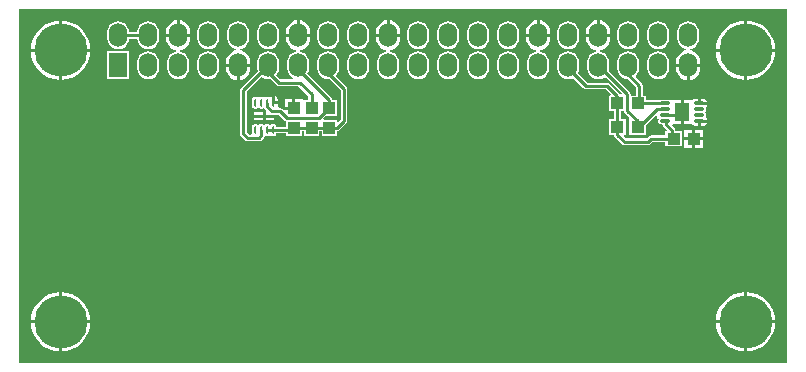
<source format=gtl>
G04*
G04 #@! TF.GenerationSoftware,Altium Limited,CircuitStudio,1.5.1 (13)*
G04*
G04 Layer_Physical_Order=1*
G04 Layer_Color=11767835*
%FSLAX25Y25*%
%MOIN*%
G70*
G01*
G75*
%ADD10R,0.04331X0.03937*%
%ADD11R,0.03937X0.04331*%
G04:AMPARAMS|DCode=12|XSize=9.84mil|YSize=27.56mil|CornerRadius=2.46mil|HoleSize=0mil|Usage=FLASHONLY|Rotation=180.000|XOffset=0mil|YOffset=0mil|HoleType=Round|Shape=RoundedRectangle|*
%AMROUNDEDRECTD12*
21,1,0.00984,0.02264,0,0,180.0*
21,1,0.00492,0.02756,0,0,180.0*
1,1,0.00492,-0.00246,0.01132*
1,1,0.00492,0.00246,0.01132*
1,1,0.00492,0.00246,-0.01132*
1,1,0.00492,-0.00246,-0.01132*
%
%ADD12ROUNDEDRECTD12*%
%ADD13R,0.04724X0.00787*%
G04:AMPARAMS|DCode=14|XSize=31.89mil|YSize=10.24mil|CornerRadius=1.28mil|HoleSize=0mil|Usage=FLASHONLY|Rotation=180.000|XOffset=0mil|YOffset=0mil|HoleType=Round|Shape=RoundedRectangle|*
%AMROUNDEDRECTD14*
21,1,0.03189,0.00768,0,0,180.0*
21,1,0.02933,0.01024,0,0,180.0*
1,1,0.00256,-0.01467,0.00384*
1,1,0.00256,0.01467,0.00384*
1,1,0.00256,0.01467,-0.00384*
1,1,0.00256,-0.01467,-0.00384*
%
%ADD14ROUNDEDRECTD14*%
%ADD15R,0.05118X0.05906*%
%ADD16C,0.01000*%
%ADD17C,0.17716*%
%ADD18O,0.06000X0.08000*%
%ADD19R,0.06000X0.08000*%
%ADD20C,0.02756*%
G36*
X767717Y236220D02*
X511811D01*
Y354331D01*
X767717D01*
Y236220D01*
D02*
G37*
%LPC*%
G36*
X535447Y340051D02*
X526090D01*
Y330695D01*
X527523Y330836D01*
X529381Y331399D01*
X531094Y332315D01*
X532595Y333547D01*
X533827Y335048D01*
X534742Y336760D01*
X535306Y338619D01*
X535447Y340051D01*
D02*
G37*
G36*
X525091D02*
X515734D01*
X515875Y338619D01*
X516439Y336760D01*
X517354Y335048D01*
X518586Y333547D01*
X520087Y332315D01*
X521800Y331399D01*
X523658Y330836D01*
X525091Y330695D01*
Y340051D01*
D02*
G37*
G36*
X763794D02*
X754437D01*
Y330695D01*
X755870Y330836D01*
X757728Y331399D01*
X759441Y332315D01*
X760942Y333547D01*
X762174Y335048D01*
X763089Y336760D01*
X763653Y338619D01*
X763794Y340051D01*
D02*
G37*
G36*
X753437D02*
X744080D01*
X744221Y338619D01*
X744785Y336760D01*
X745701Y335048D01*
X746932Y333547D01*
X748434Y332315D01*
X750146Y331399D01*
X752004Y330836D01*
X753437Y330695D01*
Y340051D01*
D02*
G37*
G36*
X584264Y335051D02*
X580729D01*
Y334551D01*
X580867Y333507D01*
X581270Y332534D01*
X581911Y331698D01*
X582747Y331057D01*
X583720Y330654D01*
X584264Y330582D01*
Y335051D01*
D02*
G37*
G36*
X734264D02*
X730729D01*
Y334551D01*
X730867Y333507D01*
X731270Y332534D01*
X731911Y331698D01*
X732747Y331057D01*
X733720Y330654D01*
X734264Y330582D01*
Y335051D01*
D02*
G37*
G36*
X738798D02*
X735264D01*
Y330582D01*
X735808Y330654D01*
X736781Y331057D01*
X737617Y331698D01*
X738258Y332534D01*
X738661Y333507D01*
X738798Y334551D01*
Y335051D01*
D02*
G37*
G36*
X588798D02*
X585264D01*
Y330582D01*
X585808Y330654D01*
X586781Y331057D01*
X587617Y331698D01*
X588258Y332534D01*
X588661Y333507D01*
X588798Y334551D01*
Y335051D01*
D02*
G37*
G36*
X638798Y345051D02*
X634764D01*
X630729D01*
Y344551D01*
X630867Y343507D01*
X631270Y342534D01*
X631911Y341698D01*
X632747Y341057D01*
X633720Y340654D01*
X634119Y340602D01*
Y340097D01*
X633824Y340058D01*
X632948Y339696D01*
X632196Y339119D01*
X631619Y338367D01*
X631256Y337491D01*
X631133Y336551D01*
Y334551D01*
X631256Y333611D01*
X631619Y332736D01*
X632196Y331984D01*
X632948Y331407D01*
X633824Y331044D01*
X634764Y330920D01*
X635704Y331044D01*
X636579Y331407D01*
X637331Y331984D01*
X637908Y332736D01*
X638271Y333611D01*
X638395Y334551D01*
Y336551D01*
X638271Y337491D01*
X637908Y338367D01*
X637331Y339119D01*
X636579Y339696D01*
X635704Y340058D01*
X635409Y340097D01*
Y340602D01*
X635808Y340654D01*
X636781Y341057D01*
X637617Y341698D01*
X638258Y342534D01*
X638661Y343507D01*
X638798Y344551D01*
Y345051D01*
D02*
G37*
G36*
X624764Y340182D02*
X623824Y340058D01*
X622948Y339696D01*
X622196Y339119D01*
X621619Y338367D01*
X621256Y337491D01*
X621133Y336551D01*
Y334551D01*
X621256Y333611D01*
X621619Y332736D01*
X622196Y331984D01*
X622948Y331407D01*
X623824Y331044D01*
X624764Y330920D01*
X625704Y331044D01*
X626579Y331407D01*
X627331Y331984D01*
X627908Y332736D01*
X628271Y333611D01*
X628395Y334551D01*
Y336551D01*
X628271Y337491D01*
X627908Y338367D01*
X627331Y339119D01*
X626579Y339696D01*
X625704Y340058D01*
X624764Y340182D01*
D02*
G37*
G36*
X654764D02*
X653824Y340058D01*
X652948Y339696D01*
X652196Y339119D01*
X651619Y338367D01*
X651257Y337491D01*
X651133Y336551D01*
Y334551D01*
X651257Y333611D01*
X651619Y332736D01*
X652196Y331984D01*
X652948Y331407D01*
X653824Y331044D01*
X654764Y330920D01*
X655704Y331044D01*
X656579Y331407D01*
X657331Y331984D01*
X657908Y332736D01*
X658271Y333611D01*
X658395Y334551D01*
Y336551D01*
X658271Y337491D01*
X657908Y338367D01*
X657331Y339119D01*
X656579Y339696D01*
X655704Y340058D01*
X654764Y340182D01*
D02*
G37*
G36*
X644764D02*
X643824Y340058D01*
X642948Y339696D01*
X642196Y339119D01*
X641619Y338367D01*
X641257Y337491D01*
X641133Y336551D01*
Y334551D01*
X641257Y333611D01*
X641619Y332736D01*
X642196Y331984D01*
X642948Y331407D01*
X643824Y331044D01*
X644764Y330920D01*
X645704Y331044D01*
X646579Y331407D01*
X647331Y331984D01*
X647908Y332736D01*
X648271Y333611D01*
X648395Y334551D01*
Y336551D01*
X648271Y337491D01*
X647908Y338367D01*
X647331Y339119D01*
X646579Y339696D01*
X645704Y340058D01*
X644764Y340182D01*
D02*
G37*
G36*
X554764D02*
X553824Y340058D01*
X552948Y339696D01*
X552196Y339119D01*
X551619Y338367D01*
X551257Y337491D01*
X551133Y336551D01*
Y334551D01*
X551257Y333611D01*
X551619Y332736D01*
X552196Y331984D01*
X552948Y331407D01*
X553824Y331044D01*
X554764Y330920D01*
X555704Y331044D01*
X556579Y331407D01*
X557331Y331984D01*
X557908Y332736D01*
X558271Y333611D01*
X558395Y334551D01*
Y336551D01*
X558271Y337491D01*
X557908Y338367D01*
X557331Y339119D01*
X556579Y339696D01*
X555704Y340058D01*
X554764Y340182D01*
D02*
G37*
G36*
X608798Y345051D02*
X604764D01*
X600729D01*
Y344551D01*
X600867Y343507D01*
X601270Y342534D01*
X601911Y341698D01*
X602746Y341057D01*
X603720Y340654D01*
X604118Y340602D01*
Y340097D01*
X603824Y340058D01*
X602948Y339696D01*
X602196Y339119D01*
X601619Y338367D01*
X601257Y337491D01*
X601133Y336551D01*
Y334551D01*
X601257Y333611D01*
X601619Y332736D01*
X602196Y331984D01*
X602948Y331407D01*
X603095Y331346D01*
X602995Y330846D01*
X598890D01*
X597514Y332222D01*
X597908Y332736D01*
X598271Y333611D01*
X598395Y334551D01*
Y336551D01*
X598271Y337491D01*
X597908Y338367D01*
X597331Y339119D01*
X596579Y339696D01*
X595704Y340058D01*
X594764Y340182D01*
X593824Y340058D01*
X592948Y339696D01*
X592196Y339119D01*
X591619Y338367D01*
X591257Y337491D01*
X591133Y336551D01*
Y334551D01*
X591257Y333611D01*
X591262Y333597D01*
X585723Y328057D01*
X585480Y327693D01*
X585394Y327264D01*
X585394Y327264D01*
Y312697D01*
X585394Y312697D01*
X585480Y312268D01*
X585723Y311904D01*
X587199Y310427D01*
X587199Y310427D01*
X587563Y310184D01*
X587992Y310099D01*
X591634D01*
X591634Y310099D01*
X592063Y310184D01*
X592427Y310427D01*
X593313Y311313D01*
X593313Y311313D01*
X593556Y311677D01*
X593557Y311683D01*
X593912Y312048D01*
X594093Y312011D01*
X594242Y311982D01*
X594734D01*
X595064Y312048D01*
X595106Y312075D01*
X595472Y312193D01*
X595839Y312075D01*
X595881Y312048D01*
X596211Y311982D01*
X596703D01*
X597033Y312048D01*
X597313Y312234D01*
X597500Y312514D01*
X597565Y312844D01*
Y312855D01*
X600778D01*
Y311802D01*
X605915D01*
Y313445D01*
X606683D01*
Y311802D01*
X611821D01*
Y313445D01*
X612589D01*
Y311802D01*
X617726D01*
Y313447D01*
X618146Y313531D01*
X618510Y313774D01*
X620872Y316136D01*
X620872Y316136D01*
X621115Y316500D01*
X621200Y316929D01*
X621200Y316929D01*
Y327756D01*
X621200Y327756D01*
X621115Y328185D01*
X620872Y328549D01*
X620872Y328549D01*
X617377Y332044D01*
X617908Y332736D01*
X618271Y333611D01*
X618395Y334551D01*
Y336551D01*
X618271Y337491D01*
X617908Y338367D01*
X617331Y339119D01*
X616579Y339696D01*
X615704Y340058D01*
X614764Y340182D01*
X613824Y340058D01*
X612948Y339696D01*
X612196Y339119D01*
X611619Y338367D01*
X611257Y337491D01*
X611133Y336551D01*
Y334551D01*
X611257Y333611D01*
X611619Y332736D01*
X612196Y331984D01*
X612948Y331407D01*
X613824Y331044D01*
X614764Y330920D01*
X615263Y330986D01*
X618957Y327291D01*
Y317394D01*
X618188Y316624D01*
X617726Y316816D01*
Y317332D01*
X613253D01*
X613062Y317794D01*
X613762Y318495D01*
X617726D01*
Y324025D01*
X616238D01*
X616194Y324248D01*
X615950Y324612D01*
X615950Y324612D01*
X607873Y332689D01*
X607908Y332736D01*
X608271Y333611D01*
X608395Y334551D01*
Y336551D01*
X608271Y337491D01*
X607908Y338367D01*
X607331Y339119D01*
X606579Y339696D01*
X605704Y340058D01*
X605409Y340097D01*
Y340602D01*
X605808Y340654D01*
X606781Y341057D01*
X607617Y341698D01*
X608258Y342534D01*
X608661Y343507D01*
X608798Y344551D01*
Y345051D01*
D02*
G37*
G36*
X574764Y340182D02*
X573824Y340058D01*
X572948Y339696D01*
X572196Y339119D01*
X571619Y338367D01*
X571256Y337491D01*
X571133Y336551D01*
Y334551D01*
X571256Y333611D01*
X571619Y332736D01*
X572196Y331984D01*
X572948Y331407D01*
X573824Y331044D01*
X574764Y330920D01*
X575704Y331044D01*
X576579Y331407D01*
X577331Y331984D01*
X577908Y332736D01*
X578271Y333611D01*
X578395Y334551D01*
Y336551D01*
X578271Y337491D01*
X577908Y338367D01*
X577331Y339119D01*
X576579Y339696D01*
X575704Y340058D01*
X574764Y340182D01*
D02*
G37*
G36*
X568798Y345051D02*
X564764D01*
X560729D01*
Y344551D01*
X560867Y343507D01*
X561270Y342534D01*
X561911Y341698D01*
X562746Y341057D01*
X563720Y340654D01*
X564118Y340602D01*
Y340097D01*
X563824Y340058D01*
X562948Y339696D01*
X562196Y339119D01*
X561619Y338367D01*
X561257Y337491D01*
X561133Y336551D01*
Y334551D01*
X561257Y333611D01*
X561619Y332736D01*
X562196Y331984D01*
X562948Y331407D01*
X563824Y331044D01*
X564764Y330920D01*
X565704Y331044D01*
X566579Y331407D01*
X567331Y331984D01*
X567908Y332736D01*
X568271Y333611D01*
X568395Y334551D01*
Y336551D01*
X568271Y337491D01*
X567908Y338367D01*
X567331Y339119D01*
X566579Y339696D01*
X565704Y340058D01*
X565409Y340097D01*
Y340602D01*
X565808Y340654D01*
X566781Y341057D01*
X567617Y341698D01*
X568258Y342534D01*
X568661Y343507D01*
X568798Y344551D01*
Y345051D01*
D02*
G37*
G36*
X526090Y259857D02*
Y250500D01*
X535447D01*
X535306Y251933D01*
X534742Y253791D01*
X533827Y255504D01*
X532595Y257005D01*
X531094Y258237D01*
X529381Y259152D01*
X527523Y259716D01*
X526090Y259857D01*
D02*
G37*
G36*
X525091D02*
X523658Y259716D01*
X521800Y259152D01*
X520087Y258237D01*
X518586Y257005D01*
X517354Y255504D01*
X516439Y253791D01*
X515875Y251933D01*
X515734Y250500D01*
X525091D01*
Y259857D01*
D02*
G37*
G36*
X754437D02*
Y250500D01*
X763794D01*
X763653Y251933D01*
X763089Y253791D01*
X762174Y255504D01*
X760942Y257005D01*
X759441Y258237D01*
X757728Y259152D01*
X755870Y259716D01*
X754437Y259857D01*
D02*
G37*
G36*
X753437D02*
X752004Y259716D01*
X750146Y259152D01*
X748434Y258237D01*
X746932Y257005D01*
X745701Y255504D01*
X744785Y253791D01*
X744221Y251933D01*
X744080Y250500D01*
X753437D01*
Y259857D01*
D02*
G37*
G36*
X535447Y249500D02*
X526090D01*
Y240143D01*
X527523Y240284D01*
X529381Y240848D01*
X531094Y241763D01*
X532595Y242995D01*
X533827Y244496D01*
X534742Y246209D01*
X535306Y248067D01*
X535447Y249500D01*
D02*
G37*
G36*
X525091D02*
X515734D01*
X515875Y248067D01*
X516439Y246209D01*
X517354Y244496D01*
X518586Y242995D01*
X520087Y241763D01*
X521800Y240848D01*
X523658Y240284D01*
X525091Y240143D01*
Y249500D01*
D02*
G37*
G36*
X763794D02*
X754437D01*
Y240143D01*
X755870Y240284D01*
X757728Y240848D01*
X759441Y241763D01*
X760942Y242995D01*
X762174Y244496D01*
X763089Y246209D01*
X763653Y248067D01*
X763794Y249500D01*
D02*
G37*
G36*
X753437D02*
X744080D01*
X744221Y248067D01*
X744785Y246209D01*
X745701Y244496D01*
X746932Y242995D01*
X748434Y241763D01*
X750146Y240848D01*
X752004Y240284D01*
X753437Y240143D01*
Y249500D01*
D02*
G37*
G36*
X741078Y316429D02*
X738984D01*
Y315395D01*
X739951D01*
X740391Y315483D01*
X740764Y315732D01*
X741013Y316105D01*
X741078Y316429D01*
D02*
G37*
G36*
X737984Y324369D02*
X737018D01*
X736578Y324281D01*
X736204Y324032D01*
X736073Y323835D01*
X733276D01*
Y319882D01*
Y315929D01*
X736073D01*
X736204Y315732D01*
X736578Y315483D01*
X737018Y315395D01*
X737984D01*
Y316929D01*
X738484D01*
Y317429D01*
X741078D01*
X741013Y317753D01*
X740764Y318126D01*
X740628Y318217D01*
X740636Y318230D01*
X740693Y318514D01*
Y319282D01*
X740636Y319566D01*
X740476Y319806D01*
Y319957D01*
X740636Y320198D01*
X740693Y320482D01*
Y321250D01*
X740636Y321534D01*
X740628Y321547D01*
X740764Y321638D01*
X741013Y322011D01*
X741078Y322335D01*
X738484D01*
Y322835D01*
X737984D01*
Y324369D01*
D02*
G37*
G36*
X708798Y345051D02*
X704764D01*
X700729D01*
Y344551D01*
X700867Y343507D01*
X701270Y342534D01*
X701911Y341698D01*
X702746Y341057D01*
X703720Y340654D01*
X704118Y340602D01*
Y340097D01*
X703824Y340058D01*
X702948Y339696D01*
X702196Y339119D01*
X701619Y338367D01*
X701257Y337491D01*
X701133Y336551D01*
Y334551D01*
X701257Y333611D01*
X701619Y332736D01*
X702196Y331984D01*
X702948Y331407D01*
X703824Y331044D01*
X704764Y330920D01*
X705704Y331044D01*
X706579Y331407D01*
X707042Y331761D01*
X712702Y326101D01*
X712483Y325613D01*
X712323Y325622D01*
X712249Y325638D01*
X712013Y325990D01*
X712013Y325990D01*
X708569Y329435D01*
X708205Y329678D01*
X707776Y329763D01*
X707775Y329763D01*
X701154D01*
X697988Y332928D01*
X698271Y333611D01*
X698395Y334551D01*
Y336551D01*
X698271Y337491D01*
X697908Y338367D01*
X697331Y339119D01*
X696579Y339696D01*
X695704Y340058D01*
X694764Y340182D01*
X693824Y340058D01*
X692948Y339696D01*
X692196Y339119D01*
X691619Y338367D01*
X691257Y337491D01*
X691133Y336551D01*
Y334551D01*
X691257Y333611D01*
X691619Y332736D01*
X692196Y331984D01*
X692948Y331407D01*
X693824Y331044D01*
X694764Y330920D01*
X695704Y331044D01*
X696409Y331336D01*
X699896Y327849D01*
X699896Y327849D01*
X700260Y327606D01*
X700689Y327520D01*
X700689Y327520D01*
X707311D01*
X708966Y325865D01*
X708775Y325403D01*
X708455D01*
Y320266D01*
X710099D01*
Y317529D01*
X708455D01*
Y312392D01*
X710101D01*
X710184Y311972D01*
X710427Y311609D01*
X712790Y309246D01*
X713154Y309003D01*
X713583Y308918D01*
X713583Y308918D01*
X721457D01*
X721457Y308918D01*
X721886Y309003D01*
X722250Y309246D01*
X722905Y309902D01*
X727156D01*
Y308455D01*
X732687D01*
Y313592D01*
X730751D01*
X730452Y313976D01*
X730367Y314406D01*
X730124Y314769D01*
X730124Y314770D01*
X729464Y315429D01*
X729671Y315929D01*
X732276D01*
Y319882D01*
Y323835D01*
X729217D01*
X729216Y323835D01*
X728751Y323918D01*
X728534Y323961D01*
X725600D01*
X725578Y323956D01*
X720679D01*
Y325403D01*
X719626D01*
Y328740D01*
X719540Y329169D01*
X719297Y329533D01*
X719297Y329533D01*
X717302Y331529D01*
X717331Y331984D01*
X717908Y332736D01*
X718271Y333611D01*
X718395Y334551D01*
Y336551D01*
X718271Y337491D01*
X717908Y338367D01*
X717331Y339119D01*
X716579Y339696D01*
X715704Y340058D01*
X714764Y340182D01*
X713824Y340058D01*
X712948Y339696D01*
X712196Y339119D01*
X711619Y338367D01*
X711257Y337491D01*
X711133Y336551D01*
Y334551D01*
X711257Y333611D01*
X711619Y332736D01*
X712196Y331984D01*
X712948Y331407D01*
X713824Y331044D01*
X714734Y330924D01*
X717382Y328276D01*
Y325403D01*
X715607D01*
Y325903D01*
X715607Y325903D01*
X715522Y326332D01*
X715279Y326696D01*
X708282Y333693D01*
X708395Y334551D01*
Y336551D01*
X708271Y337491D01*
X707908Y338367D01*
X707331Y339119D01*
X706579Y339696D01*
X705704Y340058D01*
X705409Y340097D01*
Y340602D01*
X705808Y340654D01*
X706781Y341057D01*
X707617Y341698D01*
X708258Y342534D01*
X708661Y343507D01*
X708798Y344551D01*
Y345051D01*
D02*
G37*
G36*
X739951Y324369D02*
X738984D01*
Y323335D01*
X741078D01*
X741013Y323659D01*
X740764Y324032D01*
X740391Y324281D01*
X739951Y324369D01*
D02*
G37*
G36*
X739780Y310524D02*
X737114D01*
Y308055D01*
X739780D01*
Y310524D01*
D02*
G37*
G36*
X736114D02*
X733449D01*
Y308055D01*
X736114D01*
Y310524D01*
D02*
G37*
G36*
X739780Y313992D02*
X737114D01*
Y311524D01*
X739780D01*
Y313992D01*
D02*
G37*
G36*
X736114D02*
X733449D01*
Y311524D01*
X736114D01*
Y313992D01*
D02*
G37*
G36*
X564264Y350520D02*
X563720Y350448D01*
X562746Y350045D01*
X561911Y349404D01*
X561270Y348568D01*
X560867Y347595D01*
X560729Y346551D01*
Y346051D01*
X564264D01*
Y350520D01*
D02*
G37*
G36*
X754437Y350408D02*
Y341051D01*
X763794D01*
X763653Y342484D01*
X763089Y344342D01*
X762174Y346055D01*
X760942Y347556D01*
X759441Y348788D01*
X757728Y349703D01*
X755870Y350267D01*
X754437Y350408D01*
D02*
G37*
G36*
X634264Y350520D02*
X633720Y350448D01*
X632747Y350045D01*
X631911Y349404D01*
X631270Y348568D01*
X630867Y347595D01*
X630729Y346551D01*
Y346051D01*
X634264D01*
Y350520D01*
D02*
G37*
G36*
X604264D02*
X603720Y350448D01*
X602746Y350045D01*
X601911Y349404D01*
X601270Y348568D01*
X600867Y347595D01*
X600729Y346551D01*
Y346051D01*
X604264D01*
Y350520D01*
D02*
G37*
G36*
X525091Y350408D02*
X523658Y350267D01*
X521800Y349703D01*
X520087Y348788D01*
X518586Y347556D01*
X517354Y346055D01*
X516439Y344342D01*
X515875Y342484D01*
X515734Y341051D01*
X525091D01*
Y350408D01*
D02*
G37*
G36*
X724764Y350182D02*
X723824Y350059D01*
X722948Y349696D01*
X722196Y349119D01*
X721619Y348367D01*
X721256Y347491D01*
X721133Y346551D01*
Y344551D01*
X721256Y343611D01*
X721619Y342736D01*
X722196Y341984D01*
X722948Y341407D01*
X723824Y341044D01*
X724764Y340920D01*
X725704Y341044D01*
X726579Y341407D01*
X727331Y341984D01*
X727908Y342736D01*
X728271Y343611D01*
X728395Y344551D01*
Y346551D01*
X728271Y347491D01*
X727908Y348367D01*
X727331Y349119D01*
X726579Y349696D01*
X725704Y350059D01*
X724764Y350182D01*
D02*
G37*
G36*
X753437Y350408D02*
X752004Y350267D01*
X750146Y349703D01*
X748434Y348788D01*
X746932Y347556D01*
X745701Y346055D01*
X744785Y344342D01*
X744221Y342484D01*
X744080Y341051D01*
X753437D01*
Y350408D01*
D02*
G37*
G36*
X526090D02*
Y341051D01*
X535447D01*
X535306Y342484D01*
X534742Y344342D01*
X533827Y346055D01*
X532595Y347556D01*
X531094Y348788D01*
X529381Y349703D01*
X527523Y350267D01*
X526090Y350408D01*
D02*
G37*
G36*
X685264Y350520D02*
Y346051D01*
X688798D01*
Y346551D01*
X688661Y347595D01*
X688258Y348568D01*
X687617Y349404D01*
X686781Y350045D01*
X685808Y350448D01*
X685264Y350520D01*
D02*
G37*
G36*
X635264D02*
Y346051D01*
X638798D01*
Y346551D01*
X638661Y347595D01*
X638258Y348568D01*
X637617Y349404D01*
X636781Y350045D01*
X635808Y350448D01*
X635264Y350520D01*
D02*
G37*
G36*
X554764Y350182D02*
X553824Y350059D01*
X552948Y349696D01*
X552196Y349119D01*
X551619Y348367D01*
X551257Y347491D01*
X551149Y346673D01*
X548379D01*
X548271Y347491D01*
X547908Y348367D01*
X547331Y349119D01*
X546579Y349696D01*
X545704Y350059D01*
X544764Y350182D01*
X543824Y350059D01*
X542948Y349696D01*
X542196Y349119D01*
X541619Y348367D01*
X541257Y347491D01*
X541133Y346551D01*
Y344551D01*
X541257Y343611D01*
X541619Y342736D01*
X542196Y341984D01*
X542948Y341407D01*
X543824Y341044D01*
X544764Y340920D01*
X545704Y341044D01*
X546579Y341407D01*
X547331Y341984D01*
X547908Y342736D01*
X548271Y343611D01*
X548379Y344430D01*
X551149D01*
X551257Y343611D01*
X551619Y342736D01*
X552196Y341984D01*
X552948Y341407D01*
X553824Y341044D01*
X554764Y340920D01*
X555704Y341044D01*
X556579Y341407D01*
X557331Y341984D01*
X557908Y342736D01*
X558271Y343611D01*
X558395Y344551D01*
Y346551D01*
X558271Y347491D01*
X557908Y348367D01*
X557331Y349119D01*
X556579Y349696D01*
X555704Y350059D01*
X554764Y350182D01*
D02*
G37*
G36*
X705264Y350520D02*
Y346051D01*
X708798D01*
Y346551D01*
X708661Y347595D01*
X708258Y348568D01*
X707617Y349404D01*
X706781Y350045D01*
X705808Y350448D01*
X705264Y350520D01*
D02*
G37*
G36*
X704264Y350520D02*
X703720Y350448D01*
X702746Y350045D01*
X701911Y349404D01*
X701270Y348568D01*
X700867Y347595D01*
X700729Y346551D01*
Y346051D01*
X704264D01*
Y350520D01*
D02*
G37*
G36*
X684264D02*
X683720Y350448D01*
X682747Y350045D01*
X681911Y349404D01*
X681270Y348568D01*
X680867Y347595D01*
X680729Y346551D01*
Y346051D01*
X684264D01*
Y350520D01*
D02*
G37*
G36*
X605264Y350520D02*
Y346051D01*
X608798D01*
Y346551D01*
X608661Y347595D01*
X608258Y348568D01*
X607617Y349404D01*
X606781Y350045D01*
X605808Y350448D01*
X605264Y350520D01*
D02*
G37*
G36*
X565264D02*
Y346051D01*
X568798D01*
Y346551D01*
X568661Y347595D01*
X568258Y348568D01*
X567617Y349404D01*
X566781Y350045D01*
X565808Y350448D01*
X565264Y350520D01*
D02*
G37*
G36*
X714764Y350182D02*
X713824Y350059D01*
X712948Y349696D01*
X712196Y349119D01*
X711619Y348367D01*
X711257Y347491D01*
X711133Y346551D01*
Y344551D01*
X711257Y343611D01*
X711619Y342736D01*
X712196Y341984D01*
X712948Y341407D01*
X713824Y341044D01*
X714764Y340920D01*
X715704Y341044D01*
X716579Y341407D01*
X717331Y341984D01*
X717908Y342736D01*
X718271Y343611D01*
X718395Y344551D01*
Y346551D01*
X718271Y347491D01*
X717908Y348367D01*
X717331Y349119D01*
X716579Y349696D01*
X715704Y350059D01*
X714764Y350182D01*
D02*
G37*
G36*
X574764D02*
X573824Y350059D01*
X572948Y349696D01*
X572196Y349119D01*
X571619Y348367D01*
X571256Y347491D01*
X571133Y346551D01*
Y344551D01*
X571256Y343611D01*
X571619Y342736D01*
X572196Y341984D01*
X572948Y341407D01*
X573824Y341044D01*
X574764Y340920D01*
X575704Y341044D01*
X576579Y341407D01*
X577331Y341984D01*
X577908Y342736D01*
X578271Y343611D01*
X578395Y344551D01*
Y346551D01*
X578271Y347491D01*
X577908Y348367D01*
X577331Y349119D01*
X576579Y349696D01*
X575704Y350059D01*
X574764Y350182D01*
D02*
G37*
G36*
X734764D02*
X733824Y350059D01*
X732948Y349696D01*
X732196Y349119D01*
X731619Y348367D01*
X731256Y347491D01*
X731133Y346551D01*
Y344551D01*
X731256Y343611D01*
X731619Y342736D01*
X732196Y341984D01*
X732948Y341407D01*
X733824Y341044D01*
X734119Y341005D01*
Y340501D01*
X733720Y340448D01*
X732747Y340045D01*
X731911Y339404D01*
X731270Y338568D01*
X730867Y337595D01*
X730729Y336551D01*
Y336051D01*
X734764D01*
X738798D01*
Y336551D01*
X738661Y337595D01*
X738258Y338568D01*
X737617Y339404D01*
X736781Y340045D01*
X735808Y340448D01*
X735409Y340501D01*
Y341005D01*
X735704Y341044D01*
X736579Y341407D01*
X737331Y341984D01*
X737908Y342736D01*
X738271Y343611D01*
X738395Y344551D01*
Y346551D01*
X738271Y347491D01*
X737908Y348367D01*
X737331Y349119D01*
X736579Y349696D01*
X735704Y350059D01*
X734764Y350182D01*
D02*
G37*
G36*
X594764D02*
X593824Y350059D01*
X592948Y349696D01*
X592196Y349119D01*
X591619Y348367D01*
X591257Y347491D01*
X591133Y346551D01*
Y344551D01*
X591257Y343611D01*
X591619Y342736D01*
X592196Y341984D01*
X592948Y341407D01*
X593824Y341044D01*
X594764Y340920D01*
X595704Y341044D01*
X596579Y341407D01*
X597331Y341984D01*
X597908Y342736D01*
X598271Y343611D01*
X598395Y344551D01*
Y346551D01*
X598271Y347491D01*
X597908Y348367D01*
X597331Y349119D01*
X596579Y349696D01*
X595704Y350059D01*
X594764Y350182D01*
D02*
G37*
G36*
X624764D02*
X623824Y350059D01*
X622948Y349696D01*
X622196Y349119D01*
X621619Y348367D01*
X621256Y347491D01*
X621133Y346551D01*
Y344551D01*
X621256Y343611D01*
X621619Y342736D01*
X622196Y341984D01*
X622948Y341407D01*
X623824Y341044D01*
X624764Y340920D01*
X625704Y341044D01*
X626579Y341407D01*
X627331Y341984D01*
X627908Y342736D01*
X628271Y343611D01*
X628395Y344551D01*
Y346551D01*
X628271Y347491D01*
X627908Y348367D01*
X627331Y349119D01*
X626579Y349696D01*
X625704Y350059D01*
X624764Y350182D01*
D02*
G37*
G36*
X614764D02*
X613824Y350059D01*
X612948Y349696D01*
X612196Y349119D01*
X611619Y348367D01*
X611257Y347491D01*
X611133Y346551D01*
Y344551D01*
X611257Y343611D01*
X611619Y342736D01*
X612196Y341984D01*
X612948Y341407D01*
X613824Y341044D01*
X614764Y340920D01*
X615704Y341044D01*
X616579Y341407D01*
X617331Y341984D01*
X617908Y342736D01*
X618271Y343611D01*
X618395Y344551D01*
Y346551D01*
X618271Y347491D01*
X617908Y348367D01*
X617331Y349119D01*
X616579Y349696D01*
X615704Y350059D01*
X614764Y350182D01*
D02*
G37*
G36*
X584764D02*
X583824Y350059D01*
X582948Y349696D01*
X582196Y349119D01*
X581619Y348367D01*
X581256Y347491D01*
X581133Y346551D01*
Y344551D01*
X581256Y343611D01*
X581619Y342736D01*
X582196Y341984D01*
X582948Y341407D01*
X583824Y341044D01*
X584119Y341005D01*
Y340501D01*
X583720Y340448D01*
X582747Y340045D01*
X581911Y339404D01*
X581270Y338568D01*
X580867Y337595D01*
X580729Y336551D01*
Y336051D01*
X584764D01*
X588798D01*
Y336551D01*
X588661Y337595D01*
X588258Y338568D01*
X587617Y339404D01*
X586781Y340045D01*
X585808Y340448D01*
X585409Y340501D01*
Y341005D01*
X585704Y341044D01*
X586579Y341407D01*
X587331Y341984D01*
X587908Y342736D01*
X588271Y343611D01*
X588395Y344551D01*
Y346551D01*
X588271Y347491D01*
X587908Y348367D01*
X587331Y349119D01*
X586579Y349696D01*
X585704Y350059D01*
X584764Y350182D01*
D02*
G37*
G36*
X674764Y340182D02*
X673824Y340058D01*
X672948Y339696D01*
X672196Y339119D01*
X671619Y338367D01*
X671256Y337491D01*
X671133Y336551D01*
Y334551D01*
X671256Y333611D01*
X671619Y332736D01*
X672196Y331984D01*
X672948Y331407D01*
X673824Y331044D01*
X674764Y330920D01*
X675704Y331044D01*
X676579Y331407D01*
X677331Y331984D01*
X677908Y332736D01*
X678271Y333611D01*
X678395Y334551D01*
Y336551D01*
X678271Y337491D01*
X677908Y338367D01*
X677331Y339119D01*
X676579Y339696D01*
X675704Y340058D01*
X674764Y340182D01*
D02*
G37*
G36*
X664764D02*
X663824Y340058D01*
X662948Y339696D01*
X662196Y339119D01*
X661619Y338367D01*
X661257Y337491D01*
X661133Y336551D01*
Y334551D01*
X661257Y333611D01*
X661619Y332736D01*
X662196Y331984D01*
X662948Y331407D01*
X663824Y331044D01*
X664764Y330920D01*
X665704Y331044D01*
X666579Y331407D01*
X667331Y331984D01*
X667908Y332736D01*
X668271Y333611D01*
X668395Y334551D01*
Y336551D01*
X668271Y337491D01*
X667908Y338367D01*
X667331Y339119D01*
X666579Y339696D01*
X665704Y340058D01*
X664764Y340182D01*
D02*
G37*
G36*
X688798Y345051D02*
X684764D01*
X680729D01*
Y344551D01*
X680867Y343507D01*
X681270Y342534D01*
X681911Y341698D01*
X682747Y341057D01*
X683720Y340654D01*
X684119Y340602D01*
Y340097D01*
X683824Y340058D01*
X682948Y339696D01*
X682196Y339119D01*
X681619Y338367D01*
X681256Y337491D01*
X681133Y336551D01*
Y334551D01*
X681256Y333611D01*
X681619Y332736D01*
X682196Y331984D01*
X682948Y331407D01*
X683824Y331044D01*
X684764Y330920D01*
X685704Y331044D01*
X686579Y331407D01*
X687331Y331984D01*
X687908Y332736D01*
X688271Y333611D01*
X688395Y334551D01*
Y336551D01*
X688271Y337491D01*
X687908Y338367D01*
X687331Y339119D01*
X686579Y339696D01*
X685704Y340058D01*
X685409Y340097D01*
Y340602D01*
X685808Y340654D01*
X686781Y341057D01*
X687617Y341698D01*
X688258Y342534D01*
X688661Y343507D01*
X688798Y344551D01*
Y345051D01*
D02*
G37*
G36*
X548364Y340151D02*
X541164D01*
Y330951D01*
X548364D01*
Y340151D01*
D02*
G37*
G36*
X724764Y340182D02*
X723824Y340058D01*
X722948Y339696D01*
X722196Y339119D01*
X721619Y338367D01*
X721256Y337491D01*
X721133Y336551D01*
Y334551D01*
X721256Y333611D01*
X721619Y332736D01*
X722196Y331984D01*
X722948Y331407D01*
X723824Y331044D01*
X724764Y330920D01*
X725704Y331044D01*
X726579Y331407D01*
X727331Y331984D01*
X727908Y332736D01*
X728271Y333611D01*
X728395Y334551D01*
Y336551D01*
X728271Y337491D01*
X727908Y338367D01*
X727331Y339119D01*
X726579Y339696D01*
X725704Y340058D01*
X724764Y340182D01*
D02*
G37*
G36*
X644764Y350182D02*
X643824Y350059D01*
X642948Y349696D01*
X642196Y349119D01*
X641619Y348367D01*
X641257Y347491D01*
X641133Y346551D01*
Y344551D01*
X641257Y343611D01*
X641619Y342736D01*
X642196Y341984D01*
X642948Y341407D01*
X643824Y341044D01*
X644764Y340920D01*
X645704Y341044D01*
X646579Y341407D01*
X647331Y341984D01*
X647908Y342736D01*
X648271Y343611D01*
X648395Y344551D01*
Y346551D01*
X648271Y347491D01*
X647908Y348367D01*
X647331Y349119D01*
X646579Y349696D01*
X645704Y350059D01*
X644764Y350182D01*
D02*
G37*
G36*
X674764D02*
X673824Y350059D01*
X672948Y349696D01*
X672196Y349119D01*
X671619Y348367D01*
X671256Y347491D01*
X671133Y346551D01*
Y344551D01*
X671256Y343611D01*
X671619Y342736D01*
X672196Y341984D01*
X672948Y341407D01*
X673824Y341044D01*
X674764Y340920D01*
X675704Y341044D01*
X676579Y341407D01*
X677331Y341984D01*
X677908Y342736D01*
X678271Y343611D01*
X678395Y344551D01*
Y346551D01*
X678271Y347491D01*
X677908Y348367D01*
X677331Y349119D01*
X676579Y349696D01*
X675704Y350059D01*
X674764Y350182D01*
D02*
G37*
G36*
X694764D02*
X693824Y350059D01*
X692948Y349696D01*
X692196Y349119D01*
X691619Y348367D01*
X691257Y347491D01*
X691133Y346551D01*
Y344551D01*
X691257Y343611D01*
X691619Y342736D01*
X692196Y341984D01*
X692948Y341407D01*
X693824Y341044D01*
X694764Y340920D01*
X695704Y341044D01*
X696579Y341407D01*
X697331Y341984D01*
X697908Y342736D01*
X698271Y343611D01*
X698395Y344551D01*
Y346551D01*
X698271Y347491D01*
X697908Y348367D01*
X697331Y349119D01*
X696579Y349696D01*
X695704Y350059D01*
X694764Y350182D01*
D02*
G37*
G36*
X664764D02*
X663824Y350059D01*
X662948Y349696D01*
X662196Y349119D01*
X661619Y348367D01*
X661257Y347491D01*
X661133Y346551D01*
Y344551D01*
X661257Y343611D01*
X661619Y342736D01*
X662196Y341984D01*
X662948Y341407D01*
X663824Y341044D01*
X664764Y340920D01*
X665704Y341044D01*
X666579Y341407D01*
X667331Y341984D01*
X667908Y342736D01*
X668271Y343611D01*
X668395Y344551D01*
Y346551D01*
X668271Y347491D01*
X667908Y348367D01*
X667331Y349119D01*
X666579Y349696D01*
X665704Y350059D01*
X664764Y350182D01*
D02*
G37*
G36*
X654764D02*
X653824Y350059D01*
X652948Y349696D01*
X652196Y349119D01*
X651619Y348367D01*
X651257Y347491D01*
X651133Y346551D01*
Y344551D01*
X651257Y343611D01*
X651619Y342736D01*
X652196Y341984D01*
X652948Y341407D01*
X653824Y341044D01*
X654764Y340920D01*
X655704Y341044D01*
X656579Y341407D01*
X657331Y341984D01*
X657908Y342736D01*
X658271Y343611D01*
X658395Y344551D01*
Y346551D01*
X658271Y347491D01*
X657908Y348367D01*
X657331Y349119D01*
X656579Y349696D01*
X655704Y350059D01*
X654764Y350182D01*
D02*
G37*
%LPD*%
G36*
X592948Y331407D02*
X593824Y331044D01*
X594764Y330920D01*
X595541Y331022D01*
X597632Y328931D01*
X597996Y328688D01*
X598425Y328603D01*
X598425Y328603D01*
X604850D01*
X608130Y325323D01*
Y324379D01*
X607777Y324025D01*
X606683D01*
X606315Y324343D01*
Y324425D01*
X603847D01*
Y321260D01*
X603346D01*
Y320760D01*
X600333D01*
X599916Y320587D01*
X599533Y320970D01*
X599169Y321213D01*
X598740Y321299D01*
X598740Y321299D01*
X598355D01*
X597953Y321799D01*
X597973Y321900D01*
Y322532D01*
X596457D01*
Y323031D01*
X595957D01*
Y325383D01*
X595724Y325337D01*
X595312Y325062D01*
X595272Y325002D01*
X595064Y324960D01*
X594734Y325026D01*
X594242D01*
X593912Y324960D01*
X593871Y324933D01*
X593504Y324815D01*
X593137Y324933D01*
X593096Y324960D01*
X592766Y325026D01*
X592274D01*
X591944Y324960D01*
X591902Y324933D01*
X591535Y324815D01*
X591169Y324933D01*
X591127Y324960D01*
X590797Y325026D01*
X590305D01*
X589975Y324960D01*
X589695Y324773D01*
X589508Y324494D01*
X589442Y324163D01*
Y321900D01*
X589508Y321569D01*
X589695Y321290D01*
X589975Y321103D01*
X590305Y321037D01*
X590797D01*
X591127Y321103D01*
X591169Y321130D01*
X591535Y321248D01*
X591902Y321130D01*
X591944Y321103D01*
X592274Y321037D01*
X592766D01*
X593096Y321103D01*
X593678Y320911D01*
X593695Y320886D01*
X594221Y320360D01*
X594030Y319898D01*
X594004D01*
Y319004D01*
X596866D01*
Y319056D01*
X598275D01*
X600129Y317201D01*
X600493Y316958D01*
X600778Y316902D01*
Y315098D01*
X597565D01*
Y315108D01*
X597500Y315438D01*
X597313Y315718D01*
X597033Y315905D01*
X596703Y315971D01*
X596211D01*
X595881Y315905D01*
X595839Y315878D01*
X595472Y315759D01*
X595106Y315878D01*
X595064Y315905D01*
X594734Y315971D01*
X594242D01*
X593912Y315905D01*
X593871Y315878D01*
X593504Y315759D01*
X593137Y315878D01*
X593096Y315905D01*
X592766Y315971D01*
X592274D01*
X591944Y315905D01*
X591902Y315878D01*
X591535Y315759D01*
X591169Y315878D01*
X591127Y315905D01*
X590797Y315971D01*
X590305D01*
X589975Y315905D01*
X589695Y315718D01*
X589508Y315438D01*
X589442Y315108D01*
Y312844D01*
X589443Y312842D01*
X589068Y312342D01*
X588457D01*
X587637Y313161D01*
Y326799D01*
X592550Y331712D01*
X592948Y331407D01*
D02*
G37*
G36*
X713450Y319854D02*
X713693Y319491D01*
X715193Y317991D01*
X715148Y317529D01*
X715148D01*
X715148Y317529D01*
Y312392D01*
X720679D01*
Y315549D01*
X723950Y318821D01*
X724450Y318614D01*
Y318514D01*
X724538Y318074D01*
X724787Y317701D01*
X724923Y317610D01*
X724915Y317597D01*
X724858Y317313D01*
Y316545D01*
X724915Y316261D01*
X725076Y316020D01*
X725316Y315860D01*
X725600Y315803D01*
X725956D01*
X726438Y315748D01*
X726523Y315319D01*
X726766Y314955D01*
X727667Y314054D01*
X727476Y313592D01*
X727156D01*
Y312145D01*
X722441D01*
X722441Y312145D01*
X722012Y312060D01*
X721648Y311817D01*
X720992Y311161D01*
X714047D01*
X713278Y311930D01*
X713469Y312392D01*
X713986D01*
Y317529D01*
X712342D01*
Y320266D01*
X713368D01*
X713450Y319854D01*
D02*
G37*
%LPC*%
G36*
X596957Y325383D02*
Y323532D01*
X597973D01*
Y324163D01*
X597877Y324650D01*
X597601Y325062D01*
X597189Y325337D01*
X596957Y325383D01*
D02*
G37*
G36*
X602846Y324425D02*
X600378D01*
Y321760D01*
X602846D01*
Y324425D01*
D02*
G37*
G36*
X593004Y318004D02*
X590142D01*
Y317110D01*
X593004D01*
Y318004D01*
D02*
G37*
G36*
X596866D02*
X594004D01*
Y317110D01*
X596866D01*
Y318004D01*
D02*
G37*
G36*
X593004Y319898D02*
X590142D01*
Y319004D01*
X593004D01*
Y319898D01*
D02*
G37*
%LPD*%
D10*
X736614Y311024D02*
D03*
X729921D02*
D03*
X717913Y314961D02*
D03*
X711221D02*
D03*
X717913Y322835D02*
D03*
X711221D02*
D03*
D11*
X615158Y314567D02*
D03*
Y321260D02*
D03*
X609252Y314567D02*
D03*
Y321260D02*
D03*
X603346Y321260D02*
D03*
Y314567D02*
D03*
D12*
X596457Y313976D02*
D03*
X594488D02*
D03*
X592520D02*
D03*
X590551D02*
D03*
Y323031D02*
D03*
X592520D02*
D03*
X594488D02*
D03*
X596457D02*
D03*
D13*
X593504Y318504D02*
D03*
D14*
X738484Y316929D02*
D03*
Y318898D02*
D03*
Y320866D02*
D03*
Y322835D02*
D03*
X727067D02*
D03*
Y320866D02*
D03*
Y318898D02*
D03*
Y316929D02*
D03*
D15*
X732776Y319882D02*
D03*
D16*
X724409Y320866D02*
X727559D01*
X718504Y314961D02*
X724409Y320866D01*
X714764Y332480D02*
Y335551D01*
Y332480D02*
X718504Y328740D01*
Y323819D02*
Y328740D01*
Y323819D02*
X719488Y322835D01*
X727559D01*
X721457Y310039D02*
X722441Y311024D01*
X713583Y310039D02*
X721457D01*
X711221Y312402D02*
X713583Y310039D01*
X711221Y312402D02*
Y314961D01*
X727559Y315748D02*
Y316929D01*
Y315748D02*
X729331Y313976D01*
Y311024D02*
Y313976D01*
X722441Y311024D02*
X729331D01*
X544764Y345551D02*
X554764D01*
X615158Y321260D02*
Y323819D01*
X604764Y334213D02*
X615158Y323819D01*
X604764Y334213D02*
Y335551D01*
X609252Y321260D02*
Y325787D01*
X605315Y329724D02*
X609252Y325787D01*
X594764Y333386D02*
Y335551D01*
Y333386D02*
X598425Y329724D01*
X605315D01*
X617717Y314567D02*
X620079Y316929D01*
Y327756D01*
X614764Y333071D02*
X620079Y327756D01*
X614764Y333071D02*
Y335551D01*
X602756Y313976D02*
X603346Y314567D01*
X594488Y313976D02*
X596457D01*
X602756D01*
X603346Y314567D02*
X617717D01*
X727559Y318898D02*
X732283D01*
X733268Y319882D01*
X717913Y314961D02*
X718504D01*
X714486Y320284D02*
X717913Y316856D01*
X714486Y320284D02*
Y325903D01*
X717913Y314961D02*
Y316856D01*
X704764Y335551D02*
X704838D01*
X714486Y325903D01*
X707776Y328642D02*
X711221Y325197D01*
X700689Y328642D02*
X707776D01*
X694764Y334567D02*
X700689Y328642D01*
X694764Y334567D02*
Y335551D01*
X711221Y314961D02*
Y322835D01*
Y325197D01*
X594488Y321679D02*
Y323031D01*
Y321679D02*
X595990Y320177D01*
X598740D02*
X600922Y317994D01*
X611676D01*
X614942Y321260D01*
X615158D01*
X595990Y320177D02*
X598740D01*
X586516Y312697D02*
Y327264D01*
X594764Y335512D01*
X592520Y312106D02*
Y313976D01*
X591634Y311221D02*
X592520Y312106D01*
X587992Y311221D02*
X591634D01*
X586516Y312697D02*
X587992Y311221D01*
D17*
X753937Y250000D02*
D03*
Y340551D02*
D03*
X525591D02*
D03*
Y250000D02*
D03*
D18*
X734764Y345551D02*
D03*
Y335551D02*
D03*
X724764Y345551D02*
D03*
Y335551D02*
D03*
X714764Y345551D02*
D03*
Y335551D02*
D03*
X704764Y345551D02*
D03*
Y335551D02*
D03*
X694764Y345551D02*
D03*
Y335551D02*
D03*
X684764Y345551D02*
D03*
Y335551D02*
D03*
X674764Y345551D02*
D03*
Y335551D02*
D03*
X664764Y345551D02*
D03*
Y335551D02*
D03*
X654764Y345551D02*
D03*
Y335551D02*
D03*
X644764Y345551D02*
D03*
Y335551D02*
D03*
X634764Y345551D02*
D03*
Y335551D02*
D03*
X624764Y345551D02*
D03*
Y335551D02*
D03*
X614764Y345551D02*
D03*
Y335551D02*
D03*
X604764Y345551D02*
D03*
Y335551D02*
D03*
X594764Y345551D02*
D03*
Y335551D02*
D03*
X584764Y345551D02*
D03*
Y335551D02*
D03*
X574764Y345551D02*
D03*
Y335551D02*
D03*
X564764Y345551D02*
D03*
Y335551D02*
D03*
X554764Y345551D02*
D03*
Y335551D02*
D03*
X544764Y345551D02*
D03*
D19*
Y335551D02*
D03*
D20*
X601378Y326772D02*
D03*
X583661Y322835D02*
D03*
X628937Y319882D02*
D03*
X594488Y297244D02*
D03*
X630905Y287402D02*
D03*
X724409Y313976D02*
D03*
Y327756D02*
D03*
X743110D02*
D03*
X713583Y305118D02*
D03*
X732579Y325787D02*
D03*
X745079Y314961D02*
D03*
X741142Y285433D02*
D03*
X701083Y284055D02*
D03*
X669291Y313976D02*
D03*
X657480Y295768D02*
D03*
X697835Y247047D02*
D03*
X673228Y265748D02*
D03*
X632874Y250000D02*
D03*
X578740Y264764D02*
D03*
X544291Y292323D02*
D03*
X565945Y308071D02*
D03*
X569882Y289370D02*
D03*
X607382Y278642D02*
D03*
X648622Y269488D02*
D03*
X654528Y323819D02*
D03*
X680118Y321850D02*
D03*
X678445Y285531D02*
D03*
X724409Y261811D02*
D03*
X745079Y273622D02*
D03*
X598425Y252953D02*
D03*
X547244Y263779D02*
D03*
X525591Y279528D02*
D03*
X520669Y311024D02*
D03*
X686122Y298425D02*
D03*
X640650Y304528D02*
D03*
X545276Y316929D02*
D03*
X698819Y321850D02*
D03*
X591831Y326870D02*
D03*
X616437Y327067D02*
D03*
M02*

</source>
